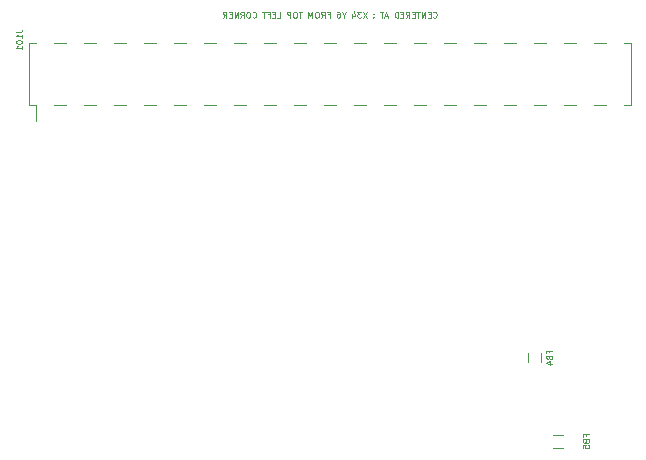
<source format=gbr>
%TF.GenerationSoftware,KiCad,Pcbnew,6.0.2+dfsg-1*%
%TF.CreationDate,2024-02-19T13:29:31+02:00*%
%TF.ProjectId,qsd_with_si5351_and_rp2040,7173645f-7769-4746-985f-736935333531,rev?*%
%TF.SameCoordinates,Original*%
%TF.FileFunction,Legend,Bot*%
%TF.FilePolarity,Positive*%
%FSLAX46Y46*%
G04 Gerber Fmt 4.6, Leading zero omitted, Abs format (unit mm)*
G04 Created by KiCad (PCBNEW 6.0.2+dfsg-1) date 2024-02-19 13:29:31*
%MOMM*%
%LPD*%
G01*
G04 APERTURE LIST*
%ADD10C,0.100000*%
%ADD11C,0.120000*%
G04 APERTURE END LIST*
D10*
X67738095Y-24178571D02*
X67761904Y-24202380D01*
X67833333Y-24226190D01*
X67880952Y-24226190D01*
X67952380Y-24202380D01*
X68000000Y-24154761D01*
X68023809Y-24107142D01*
X68047619Y-24011904D01*
X68047619Y-23940476D01*
X68023809Y-23845238D01*
X68000000Y-23797619D01*
X67952380Y-23750000D01*
X67880952Y-23726190D01*
X67833333Y-23726190D01*
X67761904Y-23750000D01*
X67738095Y-23773809D01*
X67523809Y-23964285D02*
X67357142Y-23964285D01*
X67285714Y-24226190D02*
X67523809Y-24226190D01*
X67523809Y-23726190D01*
X67285714Y-23726190D01*
X67071428Y-24226190D02*
X67071428Y-23726190D01*
X66785714Y-24226190D01*
X66785714Y-23726190D01*
X66619047Y-23726190D02*
X66333333Y-23726190D01*
X66476190Y-24226190D02*
X66476190Y-23726190D01*
X66166666Y-23964285D02*
X66000000Y-23964285D01*
X65928571Y-24226190D02*
X66166666Y-24226190D01*
X66166666Y-23726190D01*
X65928571Y-23726190D01*
X65428571Y-24226190D02*
X65595238Y-23988095D01*
X65714285Y-24226190D02*
X65714285Y-23726190D01*
X65523809Y-23726190D01*
X65476190Y-23750000D01*
X65452380Y-23773809D01*
X65428571Y-23821428D01*
X65428571Y-23892857D01*
X65452380Y-23940476D01*
X65476190Y-23964285D01*
X65523809Y-23988095D01*
X65714285Y-23988095D01*
X65214285Y-23964285D02*
X65047619Y-23964285D01*
X64976190Y-24226190D02*
X65214285Y-24226190D01*
X65214285Y-23726190D01*
X64976190Y-23726190D01*
X64761904Y-24226190D02*
X64761904Y-23726190D01*
X64642857Y-23726190D01*
X64571428Y-23750000D01*
X64523809Y-23797619D01*
X64500000Y-23845238D01*
X64476190Y-23940476D01*
X64476190Y-24011904D01*
X64500000Y-24107142D01*
X64523809Y-24154761D01*
X64571428Y-24202380D01*
X64642857Y-24226190D01*
X64761904Y-24226190D01*
X63904761Y-24083333D02*
X63666666Y-24083333D01*
X63952380Y-24226190D02*
X63785714Y-23726190D01*
X63619047Y-24226190D01*
X63523809Y-23726190D02*
X63238095Y-23726190D01*
X63380952Y-24226190D02*
X63380952Y-23726190D01*
X62690476Y-24178571D02*
X62666666Y-24202380D01*
X62690476Y-24226190D01*
X62714285Y-24202380D01*
X62690476Y-24178571D01*
X62690476Y-24226190D01*
X62690476Y-23916666D02*
X62666666Y-23940476D01*
X62690476Y-23964285D01*
X62714285Y-23940476D01*
X62690476Y-23916666D01*
X62690476Y-23964285D01*
X62119047Y-23726190D02*
X61785714Y-24226190D01*
X61785714Y-23726190D02*
X62119047Y-24226190D01*
X61642857Y-23726190D02*
X61333333Y-23726190D01*
X61500000Y-23916666D01*
X61428571Y-23916666D01*
X61380952Y-23940476D01*
X61357142Y-23964285D01*
X61333333Y-24011904D01*
X61333333Y-24130952D01*
X61357142Y-24178571D01*
X61380952Y-24202380D01*
X61428571Y-24226190D01*
X61571428Y-24226190D01*
X61619047Y-24202380D01*
X61642857Y-24178571D01*
X60904761Y-23892857D02*
X60904761Y-24226190D01*
X61023809Y-23702380D02*
X61142857Y-24059523D01*
X60833333Y-24059523D01*
X60166666Y-23988095D02*
X60166666Y-24226190D01*
X60333333Y-23726190D02*
X60166666Y-23988095D01*
X60000000Y-23726190D01*
X59619047Y-23726190D02*
X59714285Y-23726190D01*
X59761904Y-23750000D01*
X59785714Y-23773809D01*
X59833333Y-23845238D01*
X59857142Y-23940476D01*
X59857142Y-24130952D01*
X59833333Y-24178571D01*
X59809523Y-24202380D01*
X59761904Y-24226190D01*
X59666666Y-24226190D01*
X59619047Y-24202380D01*
X59595238Y-24178571D01*
X59571428Y-24130952D01*
X59571428Y-24011904D01*
X59595238Y-23964285D01*
X59619047Y-23940476D01*
X59666666Y-23916666D01*
X59761904Y-23916666D01*
X59809523Y-23940476D01*
X59833333Y-23964285D01*
X59857142Y-24011904D01*
X58809523Y-23964285D02*
X58976190Y-23964285D01*
X58976190Y-24226190D02*
X58976190Y-23726190D01*
X58738095Y-23726190D01*
X58261904Y-24226190D02*
X58428571Y-23988095D01*
X58547619Y-24226190D02*
X58547619Y-23726190D01*
X58357142Y-23726190D01*
X58309523Y-23750000D01*
X58285714Y-23773809D01*
X58261904Y-23821428D01*
X58261904Y-23892857D01*
X58285714Y-23940476D01*
X58309523Y-23964285D01*
X58357142Y-23988095D01*
X58547619Y-23988095D01*
X57952380Y-23726190D02*
X57857142Y-23726190D01*
X57809523Y-23750000D01*
X57761904Y-23797619D01*
X57738095Y-23892857D01*
X57738095Y-24059523D01*
X57761904Y-24154761D01*
X57809523Y-24202380D01*
X57857142Y-24226190D01*
X57952380Y-24226190D01*
X58000000Y-24202380D01*
X58047619Y-24154761D01*
X58071428Y-24059523D01*
X58071428Y-23892857D01*
X58047619Y-23797619D01*
X58000000Y-23750000D01*
X57952380Y-23726190D01*
X57523809Y-24226190D02*
X57523809Y-23726190D01*
X57357142Y-24083333D01*
X57190476Y-23726190D01*
X57190476Y-24226190D01*
X56642857Y-23726190D02*
X56357142Y-23726190D01*
X56500000Y-24226190D02*
X56500000Y-23726190D01*
X56095238Y-23726190D02*
X56000000Y-23726190D01*
X55952380Y-23750000D01*
X55904761Y-23797619D01*
X55880952Y-23892857D01*
X55880952Y-24059523D01*
X55904761Y-24154761D01*
X55952380Y-24202380D01*
X56000000Y-24226190D01*
X56095238Y-24226190D01*
X56142857Y-24202380D01*
X56190476Y-24154761D01*
X56214285Y-24059523D01*
X56214285Y-23892857D01*
X56190476Y-23797619D01*
X56142857Y-23750000D01*
X56095238Y-23726190D01*
X55666666Y-24226190D02*
X55666666Y-23726190D01*
X55476190Y-23726190D01*
X55428571Y-23750000D01*
X55404761Y-23773809D01*
X55380952Y-23821428D01*
X55380952Y-23892857D01*
X55404761Y-23940476D01*
X55428571Y-23964285D01*
X55476190Y-23988095D01*
X55666666Y-23988095D01*
X54547619Y-24226190D02*
X54785714Y-24226190D01*
X54785714Y-23726190D01*
X54380952Y-23964285D02*
X54214285Y-23964285D01*
X54142857Y-24226190D02*
X54380952Y-24226190D01*
X54380952Y-23726190D01*
X54142857Y-23726190D01*
X53761904Y-23964285D02*
X53928571Y-23964285D01*
X53928571Y-24226190D02*
X53928571Y-23726190D01*
X53690476Y-23726190D01*
X53571428Y-23726190D02*
X53285714Y-23726190D01*
X53428571Y-24226190D02*
X53428571Y-23726190D01*
X52452380Y-24178571D02*
X52476190Y-24202380D01*
X52547619Y-24226190D01*
X52595238Y-24226190D01*
X52666666Y-24202380D01*
X52714285Y-24154761D01*
X52738095Y-24107142D01*
X52761904Y-24011904D01*
X52761904Y-23940476D01*
X52738095Y-23845238D01*
X52714285Y-23797619D01*
X52666666Y-23750000D01*
X52595238Y-23726190D01*
X52547619Y-23726190D01*
X52476190Y-23750000D01*
X52452380Y-23773809D01*
X52142857Y-23726190D02*
X52047619Y-23726190D01*
X52000000Y-23750000D01*
X51952380Y-23797619D01*
X51928571Y-23892857D01*
X51928571Y-24059523D01*
X51952380Y-24154761D01*
X52000000Y-24202380D01*
X52047619Y-24226190D01*
X52142857Y-24226190D01*
X52190476Y-24202380D01*
X52238095Y-24154761D01*
X52261904Y-24059523D01*
X52261904Y-23892857D01*
X52238095Y-23797619D01*
X52190476Y-23750000D01*
X52142857Y-23726190D01*
X51428571Y-24226190D02*
X51595238Y-23988095D01*
X51714285Y-24226190D02*
X51714285Y-23726190D01*
X51523809Y-23726190D01*
X51476190Y-23750000D01*
X51452380Y-23773809D01*
X51428571Y-23821428D01*
X51428571Y-23892857D01*
X51452380Y-23940476D01*
X51476190Y-23964285D01*
X51523809Y-23988095D01*
X51714285Y-23988095D01*
X51214285Y-24226190D02*
X51214285Y-23726190D01*
X50928571Y-24226190D01*
X50928571Y-23726190D01*
X50690476Y-23964285D02*
X50523809Y-23964285D01*
X50452380Y-24226190D02*
X50690476Y-24226190D01*
X50690476Y-23726190D01*
X50452380Y-23726190D01*
X49952380Y-24226190D02*
X50119047Y-23988095D01*
X50238095Y-24226190D02*
X50238095Y-23726190D01*
X50047619Y-23726190D01*
X50000000Y-23750000D01*
X49976190Y-23773809D01*
X49952380Y-23821428D01*
X49952380Y-23892857D01*
X49976190Y-23940476D01*
X50000000Y-23964285D01*
X50047619Y-23988095D01*
X50238095Y-23988095D01*
%TO.C,FB5*%
X80664285Y-59683333D02*
X80664285Y-59516666D01*
X80926190Y-59516666D02*
X80426190Y-59516666D01*
X80426190Y-59754761D01*
X80664285Y-60111904D02*
X80688095Y-60183333D01*
X80711904Y-60207142D01*
X80759523Y-60230952D01*
X80830952Y-60230952D01*
X80878571Y-60207142D01*
X80902380Y-60183333D01*
X80926190Y-60135714D01*
X80926190Y-59945238D01*
X80426190Y-59945238D01*
X80426190Y-60111904D01*
X80450000Y-60159523D01*
X80473809Y-60183333D01*
X80521428Y-60207142D01*
X80569047Y-60207142D01*
X80616666Y-60183333D01*
X80640476Y-60159523D01*
X80664285Y-60111904D01*
X80664285Y-59945238D01*
X80426190Y-60683333D02*
X80426190Y-60445238D01*
X80664285Y-60421428D01*
X80640476Y-60445238D01*
X80616666Y-60492857D01*
X80616666Y-60611904D01*
X80640476Y-60659523D01*
X80664285Y-60683333D01*
X80711904Y-60707142D01*
X80830952Y-60707142D01*
X80878571Y-60683333D01*
X80902380Y-60659523D01*
X80926190Y-60611904D01*
X80926190Y-60492857D01*
X80902380Y-60445238D01*
X80878571Y-60421428D01*
%TO.C,J101*%
X32426190Y-25457142D02*
X32783333Y-25457142D01*
X32854761Y-25433333D01*
X32902380Y-25385714D01*
X32926190Y-25314285D01*
X32926190Y-25266666D01*
X32926190Y-25957142D02*
X32926190Y-25671428D01*
X32926190Y-25814285D02*
X32426190Y-25814285D01*
X32497619Y-25766666D01*
X32545238Y-25719047D01*
X32569047Y-25671428D01*
X32426190Y-26266666D02*
X32426190Y-26314285D01*
X32450000Y-26361904D01*
X32473809Y-26385714D01*
X32521428Y-26409523D01*
X32616666Y-26433333D01*
X32735714Y-26433333D01*
X32830952Y-26409523D01*
X32878571Y-26385714D01*
X32902380Y-26361904D01*
X32926190Y-26314285D01*
X32926190Y-26266666D01*
X32902380Y-26219047D01*
X32878571Y-26195238D01*
X32830952Y-26171428D01*
X32735714Y-26147619D01*
X32616666Y-26147619D01*
X32521428Y-26171428D01*
X32473809Y-26195238D01*
X32450000Y-26219047D01*
X32426190Y-26266666D01*
X32926190Y-26909523D02*
X32926190Y-26623809D01*
X32926190Y-26766666D02*
X32426190Y-26766666D01*
X32497619Y-26719047D01*
X32545238Y-26671428D01*
X32569047Y-26623809D01*
%TO.C,FB4*%
X77564285Y-52583333D02*
X77564285Y-52416666D01*
X77826190Y-52416666D02*
X77326190Y-52416666D01*
X77326190Y-52654761D01*
X77564285Y-53011904D02*
X77588095Y-53083333D01*
X77611904Y-53107142D01*
X77659523Y-53130952D01*
X77730952Y-53130952D01*
X77778571Y-53107142D01*
X77802380Y-53083333D01*
X77826190Y-53035714D01*
X77826190Y-52845238D01*
X77326190Y-52845238D01*
X77326190Y-53011904D01*
X77350000Y-53059523D01*
X77373809Y-53083333D01*
X77421428Y-53107142D01*
X77469047Y-53107142D01*
X77516666Y-53083333D01*
X77540476Y-53059523D01*
X77564285Y-53011904D01*
X77564285Y-52845238D01*
X77492857Y-53559523D02*
X77826190Y-53559523D01*
X77302380Y-53440476D02*
X77659523Y-53321428D01*
X77659523Y-53630952D01*
D11*
%TO.C,FB5*%
X78710242Y-60660000D02*
X77889758Y-60660000D01*
X78710242Y-59540000D02*
X77889758Y-59540000D01*
%TO.C,J101*%
X50870000Y-31600000D02*
X51890000Y-31600000D01*
X68650000Y-26400000D02*
X69670000Y-26400000D01*
X66110000Y-31600000D02*
X67130000Y-31600000D01*
X34110000Y-31600000D02*
X34110000Y-32960000D01*
X63570000Y-26400000D02*
X64590000Y-26400000D01*
X78810000Y-26400000D02*
X79830000Y-26400000D01*
X71190000Y-31600000D02*
X72210000Y-31600000D01*
X61030000Y-31600000D02*
X62050000Y-31600000D01*
X66110000Y-26400000D02*
X67130000Y-26400000D01*
X78810000Y-31600000D02*
X79830000Y-31600000D01*
X45790000Y-31600000D02*
X46810000Y-31600000D01*
X45790000Y-26400000D02*
X46810000Y-26400000D01*
X73730000Y-31600000D02*
X74750000Y-31600000D01*
X55950000Y-26400000D02*
X56970000Y-26400000D01*
X53410000Y-26400000D02*
X54430000Y-26400000D01*
X76270000Y-26400000D02*
X77290000Y-26400000D01*
X83890000Y-26400000D02*
X84460000Y-26400000D01*
X83890000Y-31600000D02*
X84460000Y-31600000D01*
X33540000Y-26400000D02*
X33540000Y-31600000D01*
X71190000Y-26400000D02*
X72210000Y-26400000D01*
X63570000Y-31600000D02*
X64590000Y-31600000D01*
X48330000Y-26400000D02*
X49350000Y-26400000D01*
X55950000Y-31600000D02*
X56970000Y-31600000D01*
X40710000Y-26400000D02*
X41730000Y-26400000D01*
X35630000Y-26400000D02*
X36650000Y-26400000D01*
X84460000Y-26400000D02*
X84460000Y-31600000D01*
X53410000Y-31600000D02*
X54430000Y-31600000D01*
X43250000Y-26400000D02*
X44270000Y-26400000D01*
X43250000Y-31600000D02*
X44270000Y-31600000D01*
X58490000Y-26400000D02*
X59510000Y-26400000D01*
X73730000Y-26400000D02*
X74750000Y-26400000D01*
X50870000Y-26400000D02*
X51890000Y-26400000D01*
X38170000Y-31600000D02*
X39190000Y-31600000D01*
X33540000Y-31600000D02*
X34110000Y-31600000D01*
X48330000Y-31600000D02*
X49350000Y-31600000D01*
X81350000Y-26400000D02*
X82370000Y-26400000D01*
X35630000Y-31600000D02*
X36650000Y-31600000D01*
X38170000Y-26400000D02*
X39190000Y-26400000D01*
X40710000Y-31600000D02*
X41730000Y-31600000D01*
X61030000Y-26400000D02*
X62050000Y-26400000D01*
X76270000Y-31600000D02*
X77290000Y-31600000D01*
X81350000Y-31600000D02*
X82370000Y-31600000D01*
X33540000Y-26400000D02*
X34110000Y-26400000D01*
X58490000Y-31600000D02*
X59510000Y-31600000D01*
X68650000Y-31600000D02*
X69670000Y-31600000D01*
%TO.C,FB4*%
X76910000Y-53410242D02*
X76910000Y-52589758D01*
X75790000Y-53410242D02*
X75790000Y-52589758D01*
%TD*%
M02*

</source>
